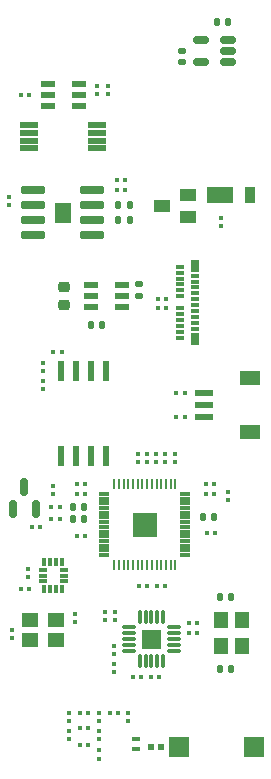
<source format=gtp>
%TF.GenerationSoftware,KiCad,Pcbnew,7.0.2*%
%TF.CreationDate,2023-05-03T22:50:50+02:00*%
%TF.ProjectId,Frackstock,46726163-6b73-4746-9f63-6b2e6b696361,rev?*%
%TF.SameCoordinates,PX54f9b60PY6e87f28*%
%TF.FileFunction,Paste,Top*%
%TF.FilePolarity,Positive*%
%FSLAX46Y46*%
G04 Gerber Fmt 4.6, Leading zero omitted, Abs format (unit mm)*
G04 Created by KiCad (PCBNEW 7.0.2) date 2023-05-03 22:50:50*
%MOMM*%
%LPD*%
G01*
G04 APERTURE LIST*
G04 Aperture macros list*
%AMRoundRect*
0 Rectangle with rounded corners*
0 $1 Rounding radius*
0 $2 $3 $4 $5 $6 $7 $8 $9 X,Y pos of 4 corners*
0 Add a 4 corners polygon primitive as box body*
4,1,4,$2,$3,$4,$5,$6,$7,$8,$9,$2,$3,0*
0 Add four circle primitives for the rounded corners*
1,1,$1+$1,$2,$3*
1,1,$1+$1,$4,$5*
1,1,$1+$1,$6,$7*
1,1,$1+$1,$8,$9*
0 Add four rect primitives between the rounded corners*
20,1,$1+$1,$2,$3,$4,$5,0*
20,1,$1+$1,$4,$5,$6,$7,0*
20,1,$1+$1,$6,$7,$8,$9,0*
20,1,$1+$1,$8,$9,$2,$3,0*%
G04 Aperture macros list end*
%ADD10C,0.010000*%
%ADD11RoundRect,0.007800X0.512200X0.122200X-0.512200X0.122200X-0.512200X-0.122200X0.512200X-0.122200X0*%
%ADD12RoundRect,0.007800X-0.122200X0.512200X-0.122200X-0.512200X0.122200X-0.512200X0.122200X0.512200X0*%
%ADD13RoundRect,0.147500X0.147500X0.172500X-0.147500X0.172500X-0.147500X-0.172500X0.147500X-0.172500X0*%
%ADD14RoundRect,0.079500X0.100500X-0.079500X0.100500X0.079500X-0.100500X0.079500X-0.100500X-0.079500X0*%
%ADD15RoundRect,0.079500X-0.079500X-0.100500X0.079500X-0.100500X0.079500X0.100500X-0.079500X0.100500X0*%
%ADD16RoundRect,0.079500X-0.100500X0.079500X-0.100500X-0.079500X0.100500X-0.079500X0.100500X0.079500X0*%
%ADD17RoundRect,0.079500X0.079500X0.100500X-0.079500X0.100500X-0.079500X-0.100500X0.079500X-0.100500X0*%
%ADD18R,2.200000X1.400000*%
%ADD19R,0.900000X1.400000*%
%ADD20RoundRect,0.150000X0.150000X-0.587500X0.150000X0.587500X-0.150000X0.587500X-0.150000X-0.587500X0*%
%ADD21RoundRect,0.147500X-0.147500X-0.172500X0.147500X-0.172500X0.147500X0.172500X-0.147500X0.172500X0*%
%ADD22RoundRect,0.006000X-0.414000X-0.094000X0.414000X-0.094000X0.414000X0.094000X-0.414000X0.094000X0*%
%ADD23RoundRect,0.020000X-0.080000X-0.400000X0.080000X-0.400000X0.080000X0.400000X-0.080000X0.400000X0*%
%ADD24R,1.550000X0.600000*%
%ADD25R,1.800000X1.200000*%
%ADD26R,1.400000X1.200000*%
%ADD27RoundRect,0.020000X0.760000X0.180000X-0.760000X0.180000X-0.760000X-0.180000X0.760000X-0.180000X0*%
%ADD28R,1.400000X1.000000*%
%ADD29RoundRect,0.140000X-0.140000X-0.170000X0.140000X-0.170000X0.140000X0.170000X-0.140000X0.170000X0*%
%ADD30RoundRect,0.218750X0.256250X-0.218750X0.256250X0.218750X-0.256250X0.218750X-0.256250X-0.218750X0*%
%ADD31RoundRect,0.150000X0.512500X0.150000X-0.512500X0.150000X-0.512500X-0.150000X0.512500X-0.150000X0*%
%ADD32RoundRect,0.140000X0.170000X-0.140000X0.170000X0.140000X-0.170000X0.140000X-0.170000X-0.140000X0*%
%ADD33RoundRect,0.140000X0.140000X0.170000X-0.140000X0.170000X-0.140000X-0.170000X0.140000X-0.170000X0*%
%ADD34R,1.200000X1.400000*%
%ADD35R,1.200000X0.550000*%
%ADD36R,0.700000X0.300000*%
%ADD37R,0.700000X1.000000*%
%ADD38R,0.500000X0.500000*%
%ADD39R,1.690000X1.720000*%
%ADD40RoundRect,0.042000X-0.943000X-0.258000X0.943000X-0.258000X0.943000X0.258000X-0.943000X0.258000X0*%
%ADD41R,0.650000X0.350000*%
%ADD42RoundRect,0.014000X-0.161000X0.281000X-0.161000X-0.281000X0.161000X-0.281000X0.161000X0.281000X0*%
%ADD43RoundRect,0.014000X-0.281000X-0.161000X0.281000X-0.161000X0.281000X0.161000X-0.281000X0.161000X0*%
%ADD44RoundRect,0.014000X0.161000X-0.281000X0.161000X0.281000X-0.161000X0.281000X-0.161000X-0.281000X0*%
%ADD45RoundRect,0.014000X0.281000X0.161000X-0.281000X0.161000X-0.281000X-0.161000X0.281000X-0.161000X0*%
%ADD46RoundRect,0.040600X0.249400X-0.764400X0.249400X0.764400X-0.249400X0.764400X-0.249400X-0.764400X0*%
G04 APERTURE END LIST*
%TO.C,U11*%
D10*
X13790200Y23141400D02*
X12270200Y23141400D01*
X12270200Y24661400D01*
X13790200Y24661400D01*
X13790200Y23141400D01*
G36*
X13790200Y23141400D02*
G01*
X12270200Y23141400D01*
X12270200Y24661400D01*
X13790200Y24661400D01*
X13790200Y23141400D01*
G37*
%TO.C,U1*%
X13448200Y32599000D02*
X11488200Y32599000D01*
X11488200Y34559000D01*
X13448200Y34559000D01*
X13448200Y32599000D01*
G36*
X13448200Y32599000D02*
G01*
X11488200Y32599000D01*
X11488200Y34559000D01*
X13448200Y34559000D01*
X13448200Y32599000D01*
G37*
%TO.C,U8*%
X6128200Y59200400D02*
X4838200Y59200400D01*
X4838200Y60840400D01*
X6128200Y60840400D01*
X6128200Y59200400D01*
G36*
X6128200Y59200400D02*
G01*
X4838200Y59200400D01*
X4838200Y60840400D01*
X6128200Y60840400D01*
X6128200Y59200400D01*
G37*
%TD*%
D11*
%TO.C,U11*%
X14900200Y22901400D03*
X14900200Y23401400D03*
X14900200Y23901400D03*
X14900200Y24401400D03*
X14900200Y24901400D03*
D12*
X14030200Y25771400D03*
X13530200Y25771400D03*
X13030200Y25771400D03*
X12530200Y25771400D03*
X12030200Y25771400D03*
D11*
X11160200Y24901400D03*
X11160200Y24401400D03*
X11160200Y23901400D03*
X11160200Y23401400D03*
X11160200Y22901400D03*
D12*
X12030200Y22031400D03*
X12530200Y22031400D03*
X13030200Y22031400D03*
X13530200Y22031400D03*
X14030200Y22031400D03*
%TD*%
D13*
%TO.C,D5*%
X18363400Y34188600D03*
X17393400Y34188600D03*
%TD*%
D14*
%TO.C,C27*%
X9906000Y25511800D03*
X9906000Y26201800D03*
%TD*%
D15*
%TO.C,R14*%
X4560300Y35103200D03*
X5250300Y35103200D03*
%TD*%
D16*
%TO.C,R3*%
X936800Y61333800D03*
X936800Y60643800D03*
%TD*%
D14*
%TO.C,C9*%
X15008200Y38847200D03*
X15008200Y39537200D03*
%TD*%
D15*
%TO.C,C6*%
X13523400Y28397200D03*
X14213400Y28397200D03*
%TD*%
D16*
%TO.C,C33*%
X9829800Y21782600D03*
X9829800Y21092600D03*
%TD*%
%TO.C,R12*%
X3860800Y47284200D03*
X3860800Y46594200D03*
%TD*%
%TO.C,R22*%
X19532600Y36362200D03*
X19532600Y35672200D03*
%TD*%
D17*
%TO.C,R4*%
X10832200Y62741400D03*
X10142200Y62741400D03*
%TD*%
D18*
%TO.C,U10*%
X18869000Y61519000D03*
D19*
X21419000Y61519000D03*
%TD*%
D14*
%TO.C,L2*%
X6019800Y16952400D03*
X6019800Y17642400D03*
%TD*%
%TO.C,C31*%
X9829800Y22616600D03*
X9829800Y23306600D03*
%TD*%
D15*
%TO.C,R16*%
X2917800Y33353000D03*
X3607800Y33353000D03*
%TD*%
D17*
%TO.C,C19*%
X2656400Y28092400D03*
X1966400Y28092400D03*
%TD*%
D20*
%TO.C,Q2*%
X1332800Y34902100D03*
X3232800Y34902100D03*
X2282800Y36777100D03*
%TD*%
D17*
%TO.C,R13*%
X12156000Y20701000D03*
X11466000Y20701000D03*
%TD*%
D21*
%TO.C,D4*%
X6366600Y34011000D03*
X7336600Y34011000D03*
%TD*%
%TO.C,D3*%
X6350700Y35103200D03*
X7320700Y35103200D03*
%TD*%
D22*
%TO.C,U1*%
X9033200Y36179000D03*
X9033200Y35779000D03*
X9033200Y35379000D03*
X9033200Y34979000D03*
X9033200Y34579000D03*
X9033200Y34179000D03*
X9033200Y33779000D03*
X9033200Y33379000D03*
X9033200Y32979000D03*
X9033200Y32579000D03*
X9033200Y32179000D03*
X9033200Y31779000D03*
X9033200Y31379000D03*
X9033200Y30979000D03*
D23*
X9868200Y30144000D03*
X10268200Y30144000D03*
X10668200Y30144000D03*
X11068200Y30144000D03*
X11468200Y30144000D03*
X11868200Y30144000D03*
X12268200Y30144000D03*
X12668200Y30144000D03*
X13068200Y30144000D03*
X13468200Y30144000D03*
X13868200Y30144000D03*
X14268200Y30144000D03*
X14668200Y30144000D03*
X15068200Y30144000D03*
D22*
X15903200Y30979000D03*
X15903200Y31379000D03*
X15903200Y31779000D03*
X15903200Y32179000D03*
X15903200Y32579000D03*
X15903200Y32979000D03*
X15903200Y33379000D03*
X15903200Y33779000D03*
X15903200Y34179000D03*
X15903200Y34579000D03*
X15903200Y34979000D03*
X15903200Y35379000D03*
X15903200Y35779000D03*
X15903200Y36179000D03*
D23*
X15068200Y37014000D03*
X14668200Y37014000D03*
X14268200Y37014000D03*
X13868200Y37014000D03*
X13468200Y37014000D03*
X13068200Y37014000D03*
X12668200Y37014000D03*
X12268200Y37014000D03*
X11868200Y37014000D03*
X11468200Y37014000D03*
X11068200Y37014000D03*
X10668200Y37014000D03*
X10268200Y37014000D03*
X9868200Y37014000D03*
%TD*%
D17*
%TO.C,C16*%
X7425200Y36982800D03*
X6735200Y36982800D03*
%TD*%
D16*
%TO.C,R9*%
X13433400Y39537200D03*
X13433400Y38847200D03*
%TD*%
D15*
%TO.C,R20*%
X15152400Y44704200D03*
X15842400Y44704200D03*
%TD*%
D24*
%TO.C,J10*%
X17504000Y42688200D03*
X17504000Y43688200D03*
X17504000Y44688200D03*
D25*
X21379000Y41388200D03*
X21379000Y45988200D03*
%TD*%
D16*
%TO.C,C34*%
X8593000Y14452200D03*
X8593000Y13762200D03*
%TD*%
D26*
%TO.C,Y1*%
X2760800Y23813400D03*
X4960800Y23813400D03*
X4960800Y25513400D03*
X2760800Y25513400D03*
%TD*%
D27*
%TO.C,Q1*%
X8442500Y65420600D03*
X8442500Y66070600D03*
X8442500Y66720600D03*
X8442500Y67370600D03*
X2682500Y67370600D03*
X2682500Y66720600D03*
X2682500Y66070600D03*
X2682500Y65420600D03*
%TD*%
D14*
%TO.C,C28*%
X9093200Y25512200D03*
X9093200Y26202200D03*
%TD*%
D17*
%TO.C,R5*%
X10832200Y61928600D03*
X10142200Y61928600D03*
%TD*%
D14*
%TO.C,R6*%
X9321700Y70038400D03*
X9321700Y70728400D03*
%TD*%
D28*
%TO.C,U9*%
X16155800Y59578600D03*
X16155800Y61478600D03*
X13955800Y60528600D03*
%TD*%
D29*
%TO.C,C35*%
X7898800Y50444600D03*
X8858800Y50444600D03*
%TD*%
D15*
%TO.C,R21*%
X15150600Y42672200D03*
X15840600Y42672200D03*
%TD*%
D21*
%TO.C,D2*%
X10230800Y60658600D03*
X11200800Y60658600D03*
%TD*%
D15*
%TO.C,L3*%
X9484800Y17653000D03*
X10174800Y17653000D03*
%TD*%
D17*
%TO.C,C29*%
X7685600Y16332200D03*
X6995600Y16332200D03*
%TD*%
D30*
%TO.C,L1*%
X5661000Y52146300D03*
X5661000Y53721300D03*
%TD*%
D15*
%TO.C,C11*%
X17631800Y36195400D03*
X18321800Y36195400D03*
%TD*%
D14*
%TO.C,C7*%
X11858600Y38847200D03*
X11858600Y39537200D03*
%TD*%
D17*
%TO.C,C15*%
X7435400Y36195400D03*
X6745400Y36195400D03*
%TD*%
D16*
%TO.C,R8*%
X18919800Y59552600D03*
X18919800Y58862600D03*
%TD*%
D31*
%TO.C,U12*%
X19513850Y72710000D03*
X19513850Y73660000D03*
X19513850Y74610000D03*
X17238850Y74610000D03*
X17238850Y72710000D03*
%TD*%
D15*
%TO.C,C26*%
X6944800Y17653000D03*
X7634800Y17653000D03*
%TD*%
D32*
%TO.C,C36*%
X11985600Y52961800D03*
X11985600Y53921800D03*
%TD*%
D33*
%TO.C,C30*%
X19784000Y21386800D03*
X18824000Y21386800D03*
%TD*%
D14*
%TO.C,R10*%
X12646000Y38847200D03*
X12646000Y39537200D03*
%TD*%
D34*
%TO.C,Y2*%
X18962000Y25534800D03*
X18962000Y23334800D03*
X20662000Y23334800D03*
X20662000Y25534800D03*
%TD*%
D35*
%TO.C,IC1*%
X4310100Y70901800D03*
X4310100Y69951800D03*
X4310100Y69001800D03*
X6910100Y69001800D03*
X6910100Y69951800D03*
X6910100Y70901800D03*
%TD*%
D17*
%TO.C,C14*%
X7428400Y32588400D03*
X6738400Y32588400D03*
%TD*%
D15*
%TO.C,C10*%
X17631800Y36982800D03*
X18321800Y36982800D03*
%TD*%
D17*
%TO.C,C17*%
X5425000Y48158400D03*
X4735000Y48158400D03*
%TD*%
D14*
%TO.C,L5*%
X8585200Y15377600D03*
X8585200Y16067600D03*
%TD*%
D16*
%TO.C,C5*%
X6527800Y26009200D03*
X6527800Y25319200D03*
%TD*%
%TO.C,C24*%
X6019800Y16067600D03*
X6019800Y15377600D03*
%TD*%
D17*
%TO.C,C13*%
X12689400Y28397200D03*
X11999400Y28397200D03*
%TD*%
D14*
%TO.C,C8*%
X14220800Y38847200D03*
X14220800Y39537200D03*
%TD*%
D36*
%TO.C,J2*%
X15457800Y49400200D03*
X15457800Y49900200D03*
X15457800Y50400200D03*
X15457800Y50900200D03*
X15457800Y51400200D03*
X15457800Y51900200D03*
X15457800Y52900200D03*
X15457800Y53400200D03*
X15457800Y53900200D03*
X15457800Y54400200D03*
X15457800Y54900200D03*
X15457800Y55400200D03*
D37*
X16757800Y55500200D03*
D36*
X16757800Y54650200D03*
X16757800Y54150200D03*
X16757800Y53650200D03*
X16757800Y53150200D03*
X16757800Y52650200D03*
X16757800Y52150200D03*
X16757800Y51650200D03*
X16757800Y51150200D03*
X16757800Y50650200D03*
X16757800Y50150200D03*
D37*
X16757800Y49300200D03*
%TD*%
D15*
%TO.C,R15*%
X4560300Y34011000D03*
X5250300Y34011000D03*
%TD*%
D16*
%TO.C,C23*%
X11023600Y17642400D03*
X11023600Y16952400D03*
%TD*%
D17*
%TO.C,C32*%
X7685600Y14909800D03*
X6995600Y14909800D03*
%TD*%
D38*
%TO.C,L7*%
X12961200Y14782800D03*
X13861200Y14782800D03*
%TD*%
D14*
%TO.C,R17*%
X4685200Y36121600D03*
X4685200Y36811600D03*
%TD*%
D33*
%TO.C,C1*%
X19516750Y76123800D03*
X18556750Y76123800D03*
%TD*%
D39*
%TO.C,ANT1*%
X15341600Y14757400D03*
X21751600Y14757400D03*
%TD*%
D40*
%TO.C,U8*%
X3008200Y61925400D03*
X3008200Y60655400D03*
X3008200Y59385400D03*
X3008200Y58115400D03*
X7958200Y58115400D03*
X7958200Y59385400D03*
X7958200Y60655400D03*
X7958200Y61925400D03*
%TD*%
D14*
%TO.C,R11*%
X3860800Y45044800D03*
X3860800Y45734800D03*
%TD*%
D15*
%TO.C,R1*%
X13581200Y51892200D03*
X14271200Y51892200D03*
%TD*%
D14*
%TO.C,L4*%
X8585200Y16952400D03*
X8585200Y17642400D03*
%TD*%
D15*
%TO.C,C12*%
X17711200Y32867600D03*
X18401200Y32867600D03*
%TD*%
D41*
%TO.C,L6*%
X11760200Y14535600D03*
X11760200Y15385600D03*
%TD*%
D35*
%TO.C,U13*%
X7917000Y53883800D03*
X7917000Y52933800D03*
X7917000Y51983800D03*
X10517000Y51983800D03*
X10517000Y52933800D03*
X10517000Y53883800D03*
%TD*%
D29*
%TO.C,C22*%
X18824000Y27482800D03*
X19784000Y27482800D03*
%TD*%
D14*
%TO.C,C4*%
X1244400Y23988200D03*
X1244400Y24678200D03*
%TD*%
D15*
%TO.C,C25*%
X16215800Y24384000D03*
X16905800Y24384000D03*
%TD*%
D16*
%TO.C,C18*%
X2565400Y29783600D03*
X2565400Y29093600D03*
%TD*%
D42*
%TO.C,U7*%
X5474400Y30425800D03*
X4974400Y30425800D03*
X4474400Y30425800D03*
X3974400Y30425800D03*
D43*
X3809400Y29760800D03*
X3809400Y29260800D03*
X3809400Y28760800D03*
D44*
X3974400Y28095800D03*
X4474400Y28095800D03*
X4974400Y28095800D03*
X5474400Y28095800D03*
D45*
X5639400Y28760800D03*
X5639400Y29260800D03*
X5639400Y29760800D03*
%TD*%
D15*
%TO.C,C20*%
X16215800Y25222000D03*
X16905800Y25222000D03*
%TD*%
D21*
%TO.C,D1*%
X10230800Y59388600D03*
X11200800Y59388600D03*
%TD*%
D46*
%TO.C,U2*%
X5381600Y39372000D03*
X6651600Y39372000D03*
X7921600Y39372000D03*
X9191600Y39372000D03*
X9191600Y46582000D03*
X7921600Y46582000D03*
X6651600Y46582000D03*
X5381600Y46582000D03*
%TD*%
D32*
%TO.C,C2*%
X15607750Y72697400D03*
X15607750Y73657400D03*
%TD*%
D16*
%TO.C,C3*%
X8451700Y70728800D03*
X8451700Y70038800D03*
%TD*%
D17*
%TO.C,R7*%
X2700700Y69952000D03*
X2010700Y69952000D03*
%TD*%
D15*
%TO.C,C21*%
X13015400Y20701000D03*
X13705400Y20701000D03*
%TD*%
%TO.C,R2*%
X13548800Y52654200D03*
X14238800Y52654200D03*
%TD*%
M02*

</source>
